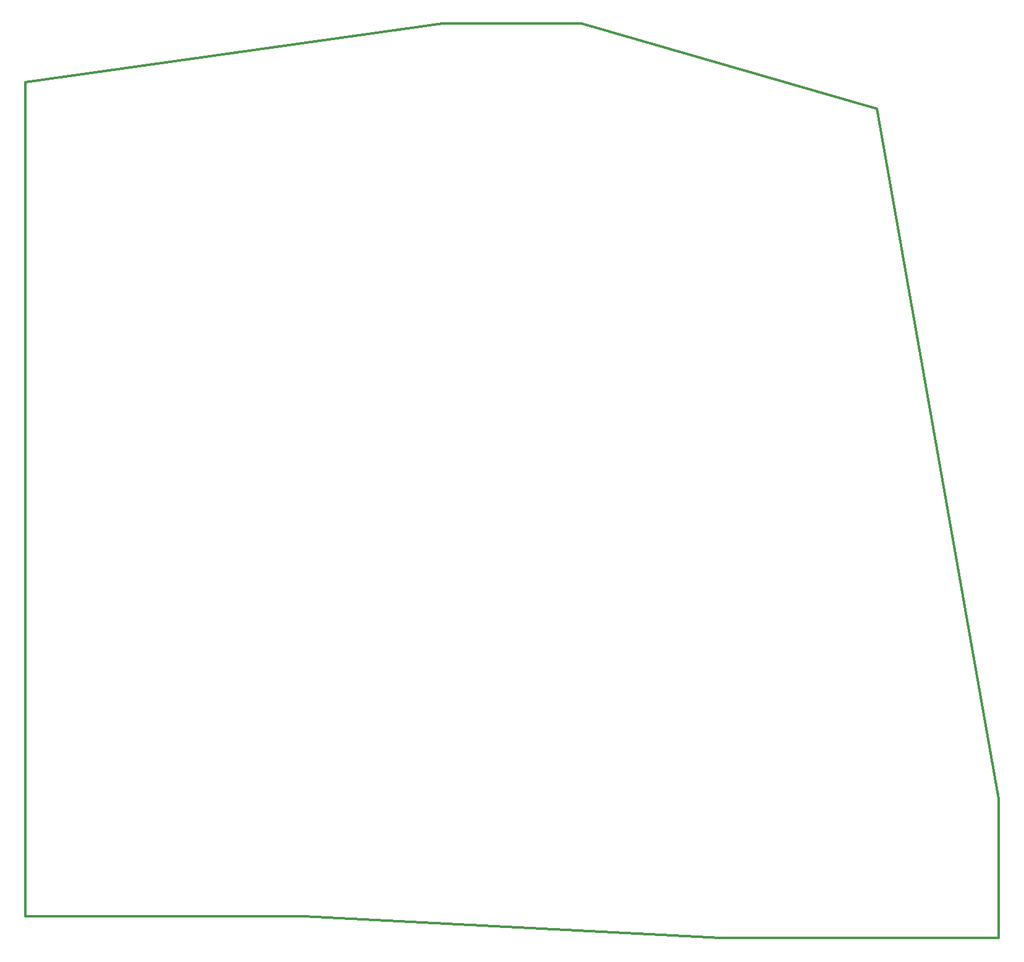
<source format=gm1>
G04 #@! TF.GenerationSoftware,KiCad,Pcbnew,5.1.5+dfsg1-2build2*
G04 #@! TF.CreationDate,2020-05-17T17:42:05-07:00*
G04 #@! TF.ProjectId,triad_left,74726961-645f-46c6-9566-742e6b696361,rev?*
G04 #@! TF.SameCoordinates,Original*
G04 #@! TF.FileFunction,Profile,NP*
%FSLAX46Y46*%
G04 Gerber Fmt 4.6, Leading zero omitted, Abs format (unit mm)*
G04 Created by KiCad (PCBNEW 5.1.5+dfsg1-2build2) date 2020-05-17 17:42:05*
%MOMM*%
%LPD*%
G04 APERTURE LIST*
%ADD10C,0.300000*%
G04 APERTURE END LIST*
D10*
X29775000Y-25350000D02*
X86925000Y-17350000D01*
X86925000Y-17350000D02*
X105975000Y-17350000D01*
X105975000Y-17350000D02*
X146451000Y-29036000D01*
X146451000Y-29036000D02*
X163125000Y-123600000D01*
X163125000Y-123600000D02*
X163125000Y-142650000D01*
X163125000Y-142650000D02*
X125025000Y-142650000D01*
X125025000Y-142650000D02*
X67875000Y-139650000D01*
X67875000Y-139650000D02*
X29775000Y-139650000D01*
X29775000Y-139650000D02*
X29775000Y-25350000D01*
M02*

</source>
